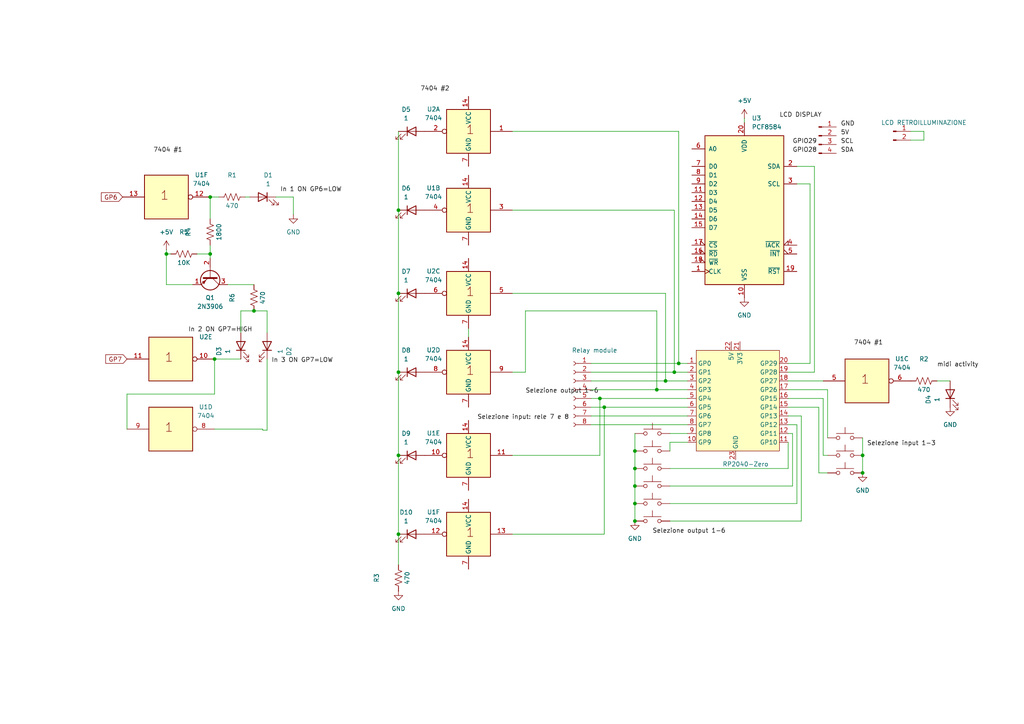
<source format=kicad_sch>
(kicad_sch (version 20250114) (generator "eeschema") (generator_version "9.0")
  (paper "A4")
  (lib_symbols
    (symbol "7404_1" (pin_names (hide yes))
      (property "Reference" "U2" (at 10.16 6.4202 0))
      (symbol "7404_1_0_0"
        (text "1" (at -0.508 0.508 0) (effects (font (size 2.54 2.54))))
      )
      (symbol "7404_1_0_1"
        (rectangle (start -6.35 6.35) (end 6.35 -6.35) (stroke (width 0.254)) (fill (type background)))
      )
      (symbol "7404_1_1_1"
        (pin input line (at -12.7 0 0) (length 6.35) (name "~") (number "1"))
        (pin input inverted (at 12.7 0 180) (length 6.35) (name "~") (number "2"))
      )
      (symbol "7404_1_2_1"
        (pin input line (at -12.7 0 0) (length 6.35) (name "~") (number "3"))
        (pin input inverted (at 12.7 0 180) (length 6.35) (name "~") (number "4"))
      )
      (symbol "7404_1_3_1"
        (pin input line (at -12.7 0 0) (length 6.35) (name "~") (number "5"))
        (pin input inverted (at 12.7 0 180) (length 6.35) (name "~") (number "6"))
      )
      (symbol "7404_1_4_1"
        (pin input line (at -12.7 0 0) (length 6.35) (name "~") (number "9"))
        (pin input inverted (at 12.7 0 180) (length 6.35) (name "~") (number "8"))
      )
      (symbol "7404_1_5_1"
        (pin input line (at -12.7 0 0) (length 6.35) (name "~") (number "11"))
        (pin input inverted (at 12.7 0 180) (length 6.35) (name "~") (number "10"))
      )
      (symbol "7404_1_6_1"
        (pin input line (at -12.7 0 0) (length 6.35) (name "~") (number "13"))
        (pin input inverted (at 12.7 0 180) (length 6.35) (name "~") (number "12"))
      )
    )
    (symbol "7404_2"
      (property "Reference" "U1" (at 10.16 6.4202 0))
      (property "Value" "7404" (at 10.16 3.8802 0))
      (symbol "7404_2_0_0"
        (text "1" (at -0.508 0.508 0) (effects (font (size 2.54 2.54))))
      )
      (symbol "7404_2_0_1"
        (rectangle (start -6.35 6.35) (end 6.35 -6.35) (stroke (width 0.254)) (fill (type background)))
      )
      (symbol "7404_2_1_1"
        (pin input line (at -12.7 0 0) (length 6.35) (name "~") (number "1"))
        (pin input inverted (at 12.7 0 180) (length 6.35) (name "~") (number "2"))
      )
      (symbol "7404_2_2_1"
        (pin input line (at -12.7 0 0) (length 6.35) (name "~") (number "3"))
        (pin input inverted (at 12.7 0 180) (length 6.35) (name "~") (number "4"))
      )
      (symbol "7404_2_3_1"
        (pin input line (at -12.7 0 0) (length 6.35) (name "~") (number "5"))
        (pin input inverted (at 12.7 0 180) (length 6.35) (name "~") (number "6"))
      )
      (symbol "7404_2_4_1"
        (pin input line (at -12.7 0 0) (length 6.35) (name "~") (number "9"))
        (pin input inverted (at 12.7 0 180) (length 6.35) (name "~") (number "8"))
      )
      (symbol "7404_2_5_1"
        (pin input line (at -12.7 0 0) (length 6.35) (name "~") (number "11"))
        (pin input inverted (at 12.7 0 180) (length 6.35) (name "~") (number "10"))
      )
      (symbol "7404_2_6_1"
        (pin input line (at -12.7 0 0) (length 6.35) (name "~") (number "13"))
        (pin input inverted (at 12.7 0 180) (length 6.35) (name "~") (number "12"))
      )
    )
    (symbol "7404_3"
      (property "Reference" "U" (at 5.08 7.62 0))
      (property "Value" "7404" (at 3.81 -8.89 0))
      (symbol "7404_3_0_0"
        (text "1" (at -0.508 0.508 0) (effects (font (size 2.54 2.54))))
      )
      (symbol "7404_3_0_1"
        (rectangle (start -6.35 6.35) (end 6.35 -6.35) (stroke (width 0.254)) (fill (type background)))
        (pin power_in line (at 0 10.16 270) (length 3.81) (name "VCC") (number "14"))
        (pin power_in line (at 0 -10.16 90) (length 3.81) (name "GND") (number "7"))
      )
      (symbol "7404_3_1_1"
        (pin input line (at -12.7 0 0) (length 6.35) (name "~") (number "1"))
        (pin input inverted (at 12.7 0 180) (length 6.35) (name "~") (number "2"))
      )
      (symbol "7404_3_2_1"
        (pin input line (at -12.7 0 0) (length 6.35) (name "~") (number "3"))
        (pin input inverted (at 12.7 0 180) (length 6.35) (name "~") (number "4"))
      )
      (symbol "7404_3_3_1"
        (pin input line (at -12.7 0 0) (length 6.35) (name "~") (number "5"))
        (pin input inverted (at 12.7 0 180) (length 6.35) (name "~") (number "6"))
      )
      (symbol "7404_3_4_1"
        (pin input line (at -12.7 0 0) (length 6.35) (name "~") (number "9"))
        (pin input inverted (at 12.7 0 180) (length 6.35) (name "~") (number "8"))
      )
      (symbol "7404_3_5_1"
        (pin input line (at -12.7 0 0) (length 6.35) (name "~") (number "11"))
        (pin input inverted (at 12.7 0 180) (length 6.35) (name "~") (number "10"))
      )
      (symbol "7404_3_6_1"
        (pin input line (at -12.7 0 0) (length 6.35) (name "~") (number "13"))
        (pin input inverted (at 12.7 0 180) (length 6.35) (name "~") (number "12"))
      )
    )
    (symbol "74xx_IEEE:7404"
      (property "Reference" "U1" (at 10.16 6.4202 0))
      (property "Value" "7404" (at 10.16 3.8802 0))
      (symbol "7404_0_0"
        (text "1" (at -0.508 0.508 0) (effects (font (size 2.54 2.54))))
      )
      (symbol "7404_0_1"
        (rectangle (start -6.35 6.35) (end 6.35 -6.35) (stroke (width 0.254)) (fill (type background)))
      )
      (symbol "7404_1_1"
        (pin input line (at -12.7 0 0) (length 6.35) (name "~") (number "1"))
        (pin input inverted (at 12.7 0 180) (length 6.35) (name "~") (number "2"))
      )
      (symbol "7404_2_1"
        (pin input line (at -12.7 0 0) (length 6.35) (name "~") (number "3"))
        (pin input inverted (at 12.7 0 180) (length 6.35) (name "~") (number "4"))
      )
      (symbol "7404_3_1"
        (pin input line (at -12.7 0 0) (length 6.35) (name "~") (number "5"))
        (pin input inverted (at 12.7 0 180) (length 6.35) (name "~") (number "6"))
      )
      (symbol "7404_4_1"
        (pin input line (at -12.7 0 0) (length 6.35) (name "~") (number "9"))
        (pin input inverted (at 12.7 0 180) (length 6.35) (name "~") (number "8"))
      )
      (symbol "7404_5_1"
        (pin input line (at -12.7 0 0) (length 6.35) (name "~") (number "11"))
        (pin input inverted (at 12.7 0 180) (length 6.35) (name "~") (number "10"))
      )
      (symbol "7404_6_1"
        (pin input line (at -12.7 0 0) (length 6.35) (name "~") (number "13"))
        (pin input inverted (at 12.7 0 180) (length 6.35) (name "~") (number "12"))
      )
    )
    (symbol "Connector:Conn_01x02_Pin" (pin_names (offset 1.016) (hide yes))
      (property "Reference" "J" (at 0 2.54 0))
      (property "Value" "Conn_01x02_Pin" (at 0 -5.08 0))
      (symbol "Conn_01x02_Pin_1_1"
        (rectangle (start 0.8636 0.127) (end 0 -0.127) (stroke (width 0.1524)) (fill (type outline)))
        (rectangle (start 0.8636 -2.413) (end 0 -2.667) (stroke (width 0.1524)) (fill (type outline)))
        (polyline (pts (xy 1.27 0) (xy 0.8636 0)) (stroke (width 0.1524)))
        (polyline (pts (xy 1.27 -2.54) (xy 0.8636 -2.54)) (stroke (width 0.1524)))
        (pin passive line (at 5.08 0 180) (length 3.81) (name "Pin_1") (number "1"))
        (pin passive line (at 5.08 -2.54 180) (length 3.81) (name "Pin_2") (number "2"))
      )
    )
    (symbol "Connector:Conn_01x04_Pin" (pin_names (offset 1.016) (hide yes))
      (property "Reference" "J" (at 0 5.08 0))
      (property "Value" "Conn_01x04_Pin" (at 0 -7.62 0))
      (symbol "Conn_01x04_Pin_1_1"
        (rectangle (start 0.8636 2.667) (end 0 2.413) (stroke (width 0.1524)) (fill (type outline)))
        (rectangle (start 0.8636 0.127) (end 0 -0.127) (stroke (width 0.1524)) (fill (type outline)))
        (rectangle (start 0.8636 -2.413) (end 0 -2.667) (stroke (width 0.1524)) (fill (type outline)))
        (rectangle (start 0.8636 -4.953) (end 0 -5.207) (stroke (width 0.1524)) (fill (type outline)))
        (polyline (pts (xy 1.27 2.54) (xy 0.8636 2.54)) (stroke (width 0.1524)))
        (polyline (pts (xy 1.27 0) (xy 0.8636 0)) (stroke (width 0.1524)))
        (polyline (pts (xy 1.27 -2.54) (xy 0.8636 -2.54)) (stroke (width 0.1524)))
        (polyline (pts (xy 1.27 -5.08) (xy 0.8636 -5.08)) (stroke (width 0.1524)))
        (pin passive line (at 5.08 2.54 180) (length 3.81) (name "Pin_1") (number "1"))
        (pin passive line (at 5.08 0 180) (length 3.81) (name "Pin_2") (number "2"))
        (pin passive line (at 5.08 -2.54 180) (length 3.81) (name "Pin_3") (number "3"))
        (pin passive line (at 5.08 -5.08 180) (length 3.81) (name "Pin_4") (number "4"))
      )
    )
    (symbol "Connector:Conn_01x08_Socket" (pin_names (offset 1.016) (hide yes))
      (property "Reference" "J" (at 0 10.16 0))
      (property "Value" "Conn_01x08_Socket" (at 0 -12.7 0))
      (symbol "Conn_01x08_Socket_1_1"
        (polyline (pts (xy -1.27 7.62) (xy -0.508 7.62)) (stroke (width 0.1524)))
        (polyline (pts (xy -1.27 5.08) (xy -0.508 5.08)) (stroke (width 0.1524)))
        (polyline (pts (xy -1.27 2.54) (xy -0.508 2.54)) (stroke (width 0.1524)))
        (polyline (pts (xy -1.27 0) (xy -0.508 0)) (stroke (width 0.1524)))
        (polyline (pts (xy -1.27 -2.54) (xy -0.508 -2.54)) (stroke (width 0.1524)))
        (polyline (pts (xy -1.27 -5.08) (xy -0.508 -5.08)) (stroke (width 0.1524)))
        (polyline (pts (xy -1.27 -7.62) (xy -0.508 -7.62)) (stroke (width 0.1524)))
        (polyline (pts (xy -1.27 -10.16) (xy -0.508 -10.16)) (stroke (width 0.1524)))
        (arc (start 0 7.112) (mid -0.5058 7.62) (end 0 8.128) (stroke (width 0.1524)))
        (arc (start 0 4.572) (mid -0.5058 5.08) (end 0 5.588) (stroke (width 0.1524)))
        (arc (start 0 2.032) (mid -0.5058 2.54) (end 0 3.048) (stroke (width 0.1524)))
        (arc (start 0 -0.508) (mid -0.5058 0) (end 0 0.508) (stroke (width 0.1524)))
        (arc (start 0 -3.048) (mid -0.5058 -2.54) (end 0 -2.032) (stroke (width 0.1524)))
        (arc (start 0 -5.588) (mid -0.5058 -5.08) (end 0 -4.572) (stroke (width 0.1524)))
        (arc (start 0 -8.128) (mid -0.5058 -7.62) (end 0 -7.112) (stroke (width 0.1524)))
        (arc (start 0 -10.668) (mid -0.5058 -10.16) (end 0 -9.652) (stroke (width 0.1524)))
        (pin passive line (at -5.08 7.62 0) (length 3.81) (name "Pin_1") (number "1"))
        (pin passive line (at -5.08 5.08 0) (length 3.81) (name "Pin_2") (number "2"))
        (pin passive line (at -5.08 2.54 0) (length 3.81) (name "Pin_3") (number "3"))
        (pin passive line (at -5.08 0 0) (length 3.81) (name "Pin_4") (number "4"))
        (pin passive line (at -5.08 -2.54 0) (length 3.81) (name "Pin_5") (number "5"))
        (pin passive line (at -5.08 -5.08 0) (length 3.81) (name "Pin_6") (number "6"))
        (pin passive line (at -5.08 -7.62 0) (length 3.81) (name "Pin_7") (number "7"))
        (pin passive line (at -5.08 -10.16 0) (length 3.81) (name "Pin_8") (number "8"))
      )
    )
    (symbol "Device:LED" (pin_numbers (hide yes)) (pin_names (offset 1.016) (hide yes))
      (property "Reference" "D" (at 0 2.54 0))
      (property "Value" "LED" (at 0 -2.54 0))
      (symbol "LED_0_1"
        (polyline (pts (xy -3.048 -0.762) (xy -4.572 -2.286) (xy -3.81 -2.286) (xy -4.572 -2.286) (xy -4.572 -1.524)))
        (polyline (pts (xy -1.778 -0.762) (xy -3.302 -2.286) (xy -2.54 -2.286) (xy -3.302 -2.286) (xy -3.302 -1.524)))
        (polyline (pts (xy -1.27 0) (xy 1.27 0)))
        (polyline (pts (xy -1.27 -1.27) (xy -1.27 1.27)) (stroke (width 0.254)))
        (polyline (pts (xy 1.27 -1.27) (xy 1.27 1.27) (xy -1.27 0) (xy 1.27 -1.27)) (stroke (width 0.254)))
      )
      (symbol "LED_1_1"
        (pin passive line (at -3.81 0 0) (length 2.54) (name "K") (number "1"))
        (pin passive line (at 3.81 0 180) (length 2.54) (name "A") (number "2"))
      )
    )
    (symbol "Device:R_US" (pin_numbers (hide yes)) (pin_names (offset 0))
      (property "Reference" "R" (at 2.54 0 90))
      (property "Value" "R_US" (at -2.54 0 90))
      (symbol "R_US_0_1"
        (polyline (pts (xy 0 2.286) (xy 0 2.54)))
        (polyline (pts (xy 0 2.286) (xy 1.016 1.905) (xy 0 1.524) (xy -1.016 1.143) (xy 0 0.762)))
        (polyline (pts (xy 0 0.762) (xy 1.016 0.381) (xy 0 0) (xy -1.016 -0.381) (xy 0 -0.762)))
        (polyline (pts (xy 0 -0.762) (xy 1.016 -1.143) (xy 0 -1.524) (xy -1.016 -1.905) (xy 0 -2.286)))
        (polyline (pts (xy 0 -2.286) (xy 0 -2.54)))
      )
      (symbol "R_US_1_1"
        (pin passive line (at 0 3.81 270) (length 1.27) (name "~") (number "1"))
        (pin passive line (at 0 -3.81 90) (length 1.27) (name "~") (number "2"))
      )
    )
    (symbol "Interface_Expansion:PCF8584" (pin_names (offset 1.016))
      (property "Reference" "U" (at -11.43 22.86 0))
      (property "Value" "PCF8584" (at 3.81 22.86 0))
      (symbol "PCF8584_0_1"
        (rectangle (start -11.43 -21.59) (end 11.43 21.59) (stroke (width 0.254)) (fill (type background)))
      )
      (symbol "PCF8584_1_1"
        (pin input line (at -15.24 17.78 0) (length 3.81) (name "A0") (number "6"))
        (pin tri_state line (at -15.24 12.7 0) (length 3.81) (name "D0") (number "7"))
        (pin tri_state line (at -15.24 10.16 0) (length 3.81) (name "D1") (number "8"))
        (pin tri_state line (at -15.24 7.62 0) (length 3.81) (name "D2") (number "9"))
        (pin tri_state line (at -15.24 5.08 0) (length 3.81) (name "D3") (number "11"))
        (pin tri_state line (at -15.24 2.54 0) (length 3.81) (name "D4") (number "12"))
        (pin tri_state line (at -15.24 0 0) (length 3.81) (name "D5") (number "13"))
        (pin tri_state line (at -15.24 -2.54 0) (length 3.81) (name "D6") (number "14"))
        (pin tri_state line (at -15.24 -5.08 0) (length 3.81) (name "D7") (number "15"))
        (pin input input_low (at -15.24 -10.16 0) (length 3.81) (name "~{CS}") (number "17"))
        (pin passive input_low (at -15.24 -12.7 0) (length 3.81) (name "~{RD}") (number "16"))
        (pin input input_low (at -15.24 -15.24 0) (length 3.81) (name "~{WR}") (number "18"))
        (pin input clock (at -15.24 -17.78 0) (length 3.81) (name "CLK") (number "1"))
        (pin power_in line (at 0 25.4 270) (length 3.81) (name "VDD") (number "20"))
        (pin power_in line (at 0 -25.4 90) (length 3.81) (name "VSS") (number "10"))
        (pin bidirectional line (at 15.24 12.7 180) (length 3.81) (name "SDA") (number "2"))
        (pin bidirectional line (at 15.24 7.62 180) (length 3.81) (name "SCL") (number "3"))
        (pin input input_low (at 15.24 -10.16 180) (length 3.81) (name "~{IACK}") (number "4"))
        (pin output output_low (at 15.24 -12.7 180) (length 3.81) (name "~{INT}") (number "5"))
        (pin bidirectional line (at 15.24 -17.78 180) (length 3.81) (name "~{RST}") (number "19"))
      )
    )
    (symbol "Switch:SW_Push" (pin_numbers (hide yes)) (pin_names (offset 1.016) (hide yes))
      (property "Reference" "SW" (at 1.27 2.54 0))
      (property "Value" "SW_Push" (at 0 -1.524 0))
      (symbol "SW_Push_0_1"
        (circle (center -2.032 0) (radius 0.508))
        (polyline (pts (xy 0 1.27) (xy 0 3.048)))
        (circle (center 2.032 0) (radius 0.508))
        (polyline (pts (xy 2.54 1.27) (xy -2.54 1.27)))
        (pin passive line (at -5.08 0 0) (length 2.54) (name "1") (number "1"))
        (pin passive line (at 5.08 0 180) (length 2.54) (name "2") (number "2"))
      )
    )
    (symbol "Transistor_BJT:2N3906" (pin_names (offset 0) (hide yes))
      (property "Reference" "Q" (at 5.08 1.905 0))
      (property "Value" "2N3906" (at 5.08 0 0))
      (symbol "2N3906_0_1"
        (polyline (pts (xy -2.54 0) (xy 0.635 0)))
        (polyline (pts (xy 0.635 1.905) (xy 0.635 -1.905)) (stroke (width 0.508)))
        (polyline (pts (xy 0.635 0.635) (xy 2.54 2.54)))
        (polyline (pts (xy 0.635 -0.635) (xy 2.54 -2.54)))
        (circle (center 1.27 0) (radius 2.8194) (stroke (width 0.254)))
        (polyline (pts (xy 2.286 -1.778) (xy 1.778 -2.286) (xy 1.27 -1.27) (xy 2.286 -1.778)) (fill (type outline)))
      )
      (symbol "2N3906_1_1"
        (pin input line (at -5.08 0 0) (length 2.54) (name "B") (number "2"))
        (pin passive line (at 2.54 5.08 270) (length 2.54) (name "C") (number "3"))
        (pin passive line (at 2.54 -5.08 90) (length 2.54) (name "E") (number "1"))
      )
    )
    (symbol "power:+5V" (power) (pin_numbers (hide yes)) (pin_names (offset 0) (hide yes))
      (property "Value" "+5V" (at 0 3.556 0))
      (symbol "+5V_0_1"
        (polyline (pts (xy -0.762 1.27) (xy 0 2.54)))
        (polyline (pts (xy 0 2.54) (xy 0.762 1.27)))
        (polyline (pts (xy 0 0) (xy 0 2.54)))
      )
      (symbol "+5V_1_1"
        (pin power_in line (at 0 0 90) (length 0) (name "~") (number "1"))
      )
    )
    (symbol "power:GND" (power) (pin_numbers (hide yes)) (pin_names (offset 0) (hide yes))
      (property "Value" "GND" (at 0 -3.81 0))
      (symbol "GND_0_1"
        (polyline (pts (xy 0 0) (xy 0 -1.27) (xy 1.27 -1.27) (xy 0 -2.54) (xy -1.27 -1.27) (xy 0 -1.27)))
      )
      (symbol "GND_1_1"
        (pin power_in line (at 0 0 270) (length 0) (name "~") (number "1"))
      )
    )
    (symbol "rp2040-zero:RP2040-Zero"
      (property "Reference" "RZ" (at 0 0 0))
      (property "Value" "RP2040-Zero" (at 0 -2.54 0))
      (property "Footprint" "RP2040-Zero:RP2040-Zero" (at 0 0 0))
      (symbol "RP2040-Zero_0_1"
        (rectangle (start -11.43 -15.24) (end 12.7 13.97) (fill (type background)))
      )
      (symbol "RP2040-Zero_1_1"
        (pin bidirectional line (at -13.97 10.16 0) (length 2.54) (name "GP0") (number "1"))
        (pin bidirectional line (at -13.97 7.62 0) (length 2.54) (name "GP1") (number "2"))
        (pin bidirectional line (at -13.97 5.08 0) (length 2.54) (name "GP2") (number "3"))
        (pin bidirectional line (at -13.97 2.54 0) (length 2.54) (name "GP3") (number "4"))
        (pin bidirectional line (at -13.97 0 0) (length 2.54) (name "GP4") (number "5"))
        (pin bidirectional line (at -13.97 -2.54 0) (length 2.54) (name "GP5") (number "6"))
        (pin bidirectional line (at -13.97 -5.08 0) (length 2.54) (name "GP6") (number "7"))
        (pin bidirectional line (at -13.97 -7.62 0) (length 2.54) (name "GP7") (number "8"))
        (pin bidirectional line (at -13.97 -10.16 0) (length 2.54) (name "GP8") (number "9"))
        (pin bidirectional line (at -13.97 -12.7 0) (length 2.54) (name "GP9") (number "10"))
        (pin power_in line (at -1.27 16.51 270) (length 2.54) (name "5V") (number "22"))
        (pin power_in line (at 0 -17.78 90) (length 2.54) (name "GND") (number "23"))
        (pin power_in line (at 1.27 16.51 270) (length 2.54) (name "3V3") (number "21"))
        (pin bidirectional line (at 15.24 10.16 180) (length 2.54) (name "GP29") (number "20"))
        (pin bidirectional line (at 15.24 7.62 180) (length 2.54) (name "GP28") (number "19"))
        (pin bidirectional line (at 15.24 5.08 180) (length 2.54) (name "GP27") (number "18"))
        (pin bidirectional line (at 15.24 2.54 180) (length 2.54) (name "GP26") (number "17"))
        (pin bidirectional line (at 15.24 0 180) (length 2.54) (name "GP15") (number "16"))
        (pin bidirectional line (at 15.24 -2.54 180) (length 2.54) (name "GP14") (number "15"))
        (pin bidirectional line (at 15.24 -5.08 180) (length 2.54) (name "GP13") (number "14"))
        (pin bidirectional line (at 15.24 -7.62 180) (length 2.54) (name "GP12") (number "13"))
        (pin bidirectional line (at 15.24 -10.16 180) (length 2.54) (name "GP11") (number "12"))
        (pin bidirectional line (at 15.24 -12.7 180) (length 2.54) (name "GP10") (number "11"))
      )
    )
  )
  (junction (at 115.57 107.95))
  (junction (at 60.96 73.66))
  (junction (at 48.26 73.66))
  (junction (at 175.26 118.11))
  (junction (at 184.15 146.05))
  (junction (at 195.58 107.95))
  (junction (at 250.19 132.08))
  (junction (at 60.96 57.15))
  (junction (at 115.57 154.94))
  (junction (at 115.57 85.09))
  (junction (at 196.85 105.41))
  (junction (at 250.19 137.16))
  (junction (at 173.99 115.57))
  (junction (at 184.15 135.89))
  (junction (at 184.15 140.97))
  (junction (at 184.15 151.13))
  (junction (at 62.23 104.14))
  (junction (at 73.66 90.17))
  (junction (at 184.15 130.81))
  (junction (at 193.04 110.49))
  (junction (at 190.5 113.03))
  (junction (at 115.57 60.96))
  (junction (at 115.57 132.08))
  (wire (pts (xy 194.31 125.73) (xy 199.39 125.73)))
  (wire (pts (xy 77.47 124.7633) (xy 76.2 124.7633)))
  (wire (pts (xy 194.31 130.81) (xy 194.31 128.27)))
  (wire (pts (xy 148.59 60.96) (xy 195.58 60.96)))
  (wire (pts (xy 36.83 124.46) (xy 36.83 114.3)))
  (wire (pts (xy 171.45 107.95) (xy 195.58 107.95)))
  (wire (pts (xy 194.31 135.89) (xy 228.6 135.89)))
  (wire (pts (xy 231.14 123.19) (xy 231.14 146.05)))
  (wire (pts (xy 69.85 90.17) (xy 69.85 96.52)))
  (wire (pts (xy 240.03 113.03) (xy 240.03 127)))
  (wire (pts (xy 173.99 115.57) (xy 199.39 115.57)))
  (wire (pts (xy 171.45 123.19) (xy 199.39 123.19)))
  (wire (pts (xy 184.15 140.97) (xy 184.15 146.05)))
  (wire (pts (xy 63.5 57.15) (xy 60.96 57.15)))
  (wire (pts (xy 115.57 132.08) (xy 115.57 154.94)))
  (wire (pts (xy 193.04 110.49) (xy 199.39 110.49)))
  (wire (pts (xy 175.26 154.94) (xy 175.26 118.11)))
  (wire (pts (xy 148.59 85.09) (xy 193.04 85.09)))
  (wire (pts (xy 215.9 34.29) (xy 215.9 35.56)))
  (wire (pts (xy 115.57 85.09) (xy 115.57 107.95)))
  (wire (pts (xy 264.16 38.1) (xy 267.97 38.1)))
  (wire (pts (xy 228.6 107.95) (xy 236.22 107.95)))
  (wire (pts (xy 48.26 72.39) (xy 48.26 73.66)))
  (wire (pts (xy 152.4 107.95) (xy 152.4 90.17)))
  (wire (pts (xy 171.45 115.57) (xy 173.99 115.57)))
  (wire (pts (xy 71.12 57.15) (xy 72.39 57.15)))
  (wire (pts (xy 232.41 151.13) (xy 194.31 151.13)))
  (wire (pts (xy 60.96 73.66) (xy 60.96 71.12)))
  (wire (pts (xy 195.58 107.95) (xy 199.39 107.95)))
  (wire (pts (xy 271.78 110.49) (xy 275.59 110.49)))
  (wire (pts (xy 228.6 113.03) (xy 240.03 113.03)))
  (wire (pts (xy 171.45 113.03) (xy 190.5 113.03)))
  (wire (pts (xy 228.6 123.19) (xy 231.14 123.19)))
  (wire (pts (xy 171.45 118.11) (xy 175.26 118.11)))
  (wire (pts (xy 115.57 107.95) (xy 115.57 132.08)))
  (wire (pts (xy 115.57 154.94) (xy 115.57 163.83)))
  (wire (pts (xy 229.87 125.73) (xy 229.87 140.97)))
  (wire (pts (xy 73.66 90.17) (xy 77.47 90.17)))
  (wire (pts (xy 196.85 105.41) (xy 199.39 105.41)))
  (wire (pts (xy 184.15 146.05) (xy 184.15 151.13)))
  (wire (pts (xy 184.15 125.73) (xy 184.15 130.81)))
  (wire (pts (xy 173.99 132.08) (xy 173.99 115.57)))
  (wire (pts (xy 148.59 38.1) (xy 196.85 38.1)))
  (wire (pts (xy 77.47 96.52) (xy 77.47 90.17)))
  (wire (pts (xy 190.5 90.17) (xy 190.5 113.03)))
  (wire (pts (xy 73.66 90.17) (xy 69.85 90.17)))
  (wire (pts (xy 135.89 97.79) (xy 135.89 95.25)))
  (wire (pts (xy 190.5 113.03) (xy 199.39 113.03)))
  (wire (pts (xy 250.19 127) (xy 250.19 132.08)))
  (wire (pts (xy 238.76 132.08) (xy 240.03 132.08)))
  (wire (pts (xy 228.6 110.49) (xy 238.76 110.49)))
  (wire (pts (xy 228.6 125.73) (xy 229.87 125.73)))
  (wire (pts (xy 148.59 154.94) (xy 175.26 154.94)))
  (wire (pts (xy 194.31 128.27) (xy 199.39 128.27)))
  (wire (pts (xy 60.96 74.93) (xy 60.96 73.66)))
  (wire (pts (xy 48.26 73.66) (xy 48.26 82.55)))
  (wire (pts (xy 171.45 105.41) (xy 196.85 105.41)))
  (wire (pts (xy 148.59 132.08) (xy 173.99 132.08)))
  (wire (pts (xy 195.58 60.96) (xy 195.58 107.95)))
  (wire (pts (xy 184.15 130.81) (xy 184.15 135.89)))
  (wire (pts (xy 229.87 140.97) (xy 194.31 140.97)))
  (wire (pts (xy 77.47 104.14) (xy 77.47 124.7633)))
  (wire (pts (xy 237.49 118.11) (xy 237.49 137.16)))
  (wire (pts (xy 62.23 104.14) (xy 69.85 104.14)))
  (wire (pts (xy 152.4 90.17) (xy 190.5 90.17)))
  (wire (pts (xy 73.66 82.55) (xy 66.04 82.55)))
  (wire (pts (xy 196.85 38.1) (xy 196.85 105.41)))
  (wire (pts (xy 228.6 120.65) (xy 232.41 120.65)))
  (wire (pts (xy 115.57 38.1) (xy 115.57 60.96)))
  (wire (pts (xy 228.6 135.89) (xy 228.6 128.27)))
  (wire (pts (xy 267.97 40.64) (xy 264.16 40.64)))
  (wire (pts (xy 231.14 146.05) (xy 194.31 146.05)))
  (wire (pts (xy 60.96 63.5) (xy 60.96 57.15)))
  (wire (pts (xy 62.23 114.3) (xy 62.23 104.14)))
  (wire (pts (xy 49.53 73.66) (xy 48.26 73.66)))
  (wire (pts (xy 85.09 57.15) (xy 85.09 62.23)))
  (wire (pts (xy 232.41 120.65) (xy 232.41 151.13)))
  (wire (pts (xy 238.76 115.57) (xy 238.76 132.08)))
  (wire (pts (xy 171.45 110.49) (xy 193.04 110.49)))
  (wire (pts (xy 267.97 38.1) (xy 267.97 40.64)))
  (wire (pts (xy 231.14 53.34) (xy 234.95 53.34)))
  (wire (pts (xy 175.26 118.11) (xy 199.39 118.11)))
  (wire (pts (xy 76.2 124.46) (xy 62.23 124.46)))
  (wire (pts (xy 184.15 135.89) (xy 184.15 140.97)))
  (wire (pts (xy 36.83 114.3) (xy 62.23 114.3)))
  (wire (pts (xy 228.6 118.11) (xy 237.49 118.11)))
  (wire (pts (xy 193.04 85.09) (xy 193.04 110.49)))
  (wire (pts (xy 228.6 115.57) (xy 238.76 115.57)))
  (wire (pts (xy 115.57 60.96) (xy 115.57 85.09)))
  (wire (pts (xy 76.2 124.7633) (xy 76.2 124.46)))
  (wire (pts (xy 237.49 137.16) (xy 240.03 137.16)))
  (wire (pts (xy 231.14 48.26) (xy 236.22 48.26)))
  (wire (pts (xy 250.19 132.08) (xy 250.19 137.16)))
  (wire (pts (xy 236.22 48.26) (xy 236.22 107.95)))
  (wire (pts (xy 48.26 82.55) (xy 55.88 82.55)))
  (wire (pts (xy 234.95 105.41) (xy 234.95 53.34)))
  (wire (pts (xy 57.15 73.66) (xy 60.96 73.66)))
  (wire (pts (xy 171.45 120.65) (xy 199.39 120.65)))
  (wire (pts (xy 80.01 57.15) (xy 85.09 57.15)))
  (wire (pts (xy 234.95 105.41) (xy 228.6 105.41)))
  (wire (pts (xy 148.59 107.95) (xy 152.4 107.95)))
  (label "SCL" (at 243.84 41.91 0))
  (label "In 2 ON GP7=HIGH" (at 54.61 96.52 0))
  (label "LCD DISPLAY" (at 226.06 34.29 0))
  (label "7404 #1" (at 247.65 100.33 0))
  (label "midi activity" (at 271.78 106.68 0))
  (label "7404 #2" (at 121.92 26.67 0))
  (label "Selezione input 1-3" (at 251.46 129.54 0))
  (label "7404 #1" (at 44.45 44.45 0))
  (label "In 1 ON GP6=LOW" (at 81.28 55.88 0))
  (label "In 3 ON GP7=LOW" (at 78.74 105.41 0))
  (label "5V" (at 243.84 39.37 0))
  (label "Selezione input: rele 7 e 8" (at 138.43 121.92 0))
  (label "SDA" (at 243.84 44.45 0))
  (label "Selezione output 1-6" (at 152.4 114.3 0))
  (label "GPIO28" (at 229.87 44.45 0))
  (label "Selezione output 1-6" (at 189.23 154.94 0))
  (label "GND" (at 243.84 36.83 0))
  (label "GPIO29" (at 229.87 41.91 0))
  (global_label "GP7" (shape input) (at 36.83 104.14 180) (property "Intersheetrefs" "${INTERSHEET_REFS}" (effects (hide yes))))
  (global_label "GP6" (shape input) (at 35.56 57.15 180) (property "Intersheetrefs" "${INTERSHEET_REFS}" (effects (hide yes))))
  (symbol (lib_id "Device:R_US") (at 53.34 73.66 270) (unit 1)
    (property "Reference" "R5" (at 53.34 67.31 90))
    (property "Value" "10K" (at 53.34 76.2 90))
    (property "Description" "Resistor, US symbol" (effects (hide yes)))
  )
  (symbol (lib_id "Device:LED") (at 119.38 85.09 0) (unit 1)
    (property "Reference" "D7" (at 117.7925 78.74 0))
    (property "Value" "1" (at 117.7925 81.28 0))
    (property "Description" "Light emitting diode" (effects (hide yes)))
    (property "Sim.Pins" "1=K 2=A" (effects (hide yes)))
  )
  (symbol (lib_id "74xx_IEEE:7404") (at 48.26 57.15 0) (unit 6)
    (property "Reference" "U1" (at 58.42 50.7298 0))
    (property "Value" "7404" (at 58.42 53.2698 0))
  )
  (symbol (lib_id "power:GND") (at 85.09 62.23 0) (unit 1)
    (property "Reference" "#PWR03" (effects (hide yes)))
    (property "Value" "GND" (at 85.09 67.31 0))
    (property "Description" "Power symbol creates a global label with name \"GND\" , ground" (effects (hide yes)))
  )
  (symbol (lib_name "7404_1") (lib_id "74xx_IEEE:7404") (at 49.53 104.14 0) (unit 5)
    (property "Reference" "U2" (at 59.69 97.7198 0))
    (property "Value" "7404" (effects (hide yes)))
  )
  (symbol (lib_id "Device:LED") (at 76.2 57.15 0) (mirror y) (unit 1)
    (property "Reference" "D1" (at 77.7875 50.8 0))
    (property "Value" "1" (at 77.7875 53.34 0))
    (property "Description" "Light emitting diode" (effects (hide yes)))
    (property "Sim.Pins" "1=K 2=A" (effects (hide yes)))
  )
  (symbol (lib_id "Switch:SW_Push") (at 189.23 125.73 0) (unit 1)
    (property "Reference" "SW1" (effects (hide yes)))
    (property "Value" "SW_Push" (effects (hide yes)))
    (property "Description" "Push button switch, generic, two pins" (effects (hide yes)))
  )
  (symbol (lib_id "Switch:SW_Push") (at 189.23 140.97 0) (unit 1)
    (property "Reference" "SW4" (effects (hide yes)))
    (property "Value" "SW_Push" (effects (hide yes)))
    (property "Description" "Push button switch, generic, two pins" (effects (hide yes)))
  )
  (symbol (lib_id "Device:R_US") (at 115.57 167.64 0) (unit 1)
    (property "Reference" "R3" (at 109.22 167.64 90))
    (property "Value" "470" (at 118.11 167.64 90))
    (property "Description" "Resistor, US symbol" (effects (hide yes)))
  )
  (symbol (lib_name "7404_3") (lib_id "74xx_IEEE:7404") (at 135.89 154.94 0) (mirror y) (unit 6)
    (property "Reference" "U1" (at 125.73 148.5198 0))
    (property "Value" "7404" (at 125.73 151.0598 0))
  )
  (symbol (lib_id "Device:LED") (at 119.38 38.1 0) (unit 1)
    (property "Reference" "D5" (at 117.7925 31.75 0))
    (property "Value" "1" (at 117.7925 34.29 0))
    (property "Description" "Light emitting diode" (effects (hide yes)))
    (property "Sim.Pins" "1=K 2=A" (effects (hide yes)))
  )
  (symbol (lib_id "Device:R_US") (at 67.31 57.15 270) (unit 1)
    (property "Reference" "R1" (at 67.31 50.8 90))
    (property "Value" "470" (at 67.31 59.69 90))
    (property "Description" "Resistor, US symbol" (effects (hide yes)))
  )
  (symbol (lib_name "7404_3") (lib_id "74xx_IEEE:7404") (at 135.89 85.09 0) (mirror y) (unit 3)
    (property "Reference" "U2" (at 125.73 78.6698 0))
    (property "Value" "7404" (at 125.73 81.2098 0))
  )
  (symbol (lib_id "power:+5V") (at 48.26 72.39 0) (unit 1)
    (property "Reference" "#PWR08" (effects (hide yes)))
    (property "Value" "+5V" (at 48.26 67.31 0))
    (property "Description" "Power symbol creates a global label with name \"+5V\"" (effects (hide yes)))
  )
  (symbol (lib_name "7404_3") (lib_id "74xx_IEEE:7404") (at 135.89 107.95 0) (mirror y) (unit 4)
    (property "Reference" "U2" (at 125.73 101.5298 0))
    (property "Value" "7404" (at 125.73 104.0698 0))
  )
  (symbol (lib_id "Device:LED") (at 69.85 100.33 90) (unit 1)
    (property "Reference" "D3" (at 63.5 101.9175 0))
    (property "Value" "1" (at 66.04 101.9175 0))
    (property "Description" "Light emitting diode" (effects (hide yes)))
    (property "Sim.Pins" "1=K 2=A" (effects (hide yes)))
  )
  (symbol (lib_id "Device:R_US") (at 267.97 110.49 270) (unit 1)
    (property "Reference" "R2" (at 267.97 104.14 90))
    (property "Value" "470" (at 267.97 113.03 90))
    (property "Description" "Resistor, US symbol" (effects (hide yes)))
  )
  (symbol (lib_id "power:GND") (at 115.57 171.45 0) (unit 1)
    (property "Reference" "#PWR07" (effects (hide yes)))
    (property "Value" "GND" (at 115.57 176.53 0))
    (property "Description" "Power symbol creates a global label with name \"GND\" , ground" (effects (hide yes)))
  )
  (symbol (lib_id "power:GND") (at 275.59 118.11 0) (unit 1)
    (property "Reference" "#PWR01" (effects (hide yes)))
    (property "Value" "GND" (at 275.59 123.19 0))
    (property "Description" "Power symbol creates a global label with name \"GND\" , ground" (effects (hide yes)))
  )
  (symbol (lib_id "Device:LED") (at 77.47 100.33 270) (mirror x) (unit 1)
    (property "Reference" "D2" (at 83.82 101.9175 0))
    (property "Value" "1" (at 81.28 101.9175 0))
    (property "Description" "Light emitting diode" (effects (hide yes)))
    (property "Sim.Pins" "1=K 2=A" (effects (hide yes)))
  )
  (symbol (lib_id "Connector:Conn_01x04_Pin") (at 237.49 39.37 0) (unit 1)
    (property "Reference" "J1" (effects (hide yes)))
    (property "Value" "SSD1306" (effects (hide yes)))
    (property "Description" "Generic connector, single row, 01x04, script generated" (effects (hide yes)))
  )
  (symbol (lib_id "Device:LED") (at 119.38 154.94 0) (unit 1)
    (property "Reference" "D10" (at 117.7925 148.59 0))
    (property "Value" "1" (at 117.7925 151.13 0))
    (property "Description" "Light emitting diode" (effects (hide yes)))
    (property "Sim.Pins" "1=K 2=A" (effects (hide yes)))
  )
  (symbol (lib_id "power:GND") (at 215.9 86.36 0) (unit 1)
    (property "Reference" "#PWR05" (effects (hide yes)))
    (property "Value" "GND" (at 215.9 91.44 0))
    (property "Description" "Power symbol creates a global label with name \"GND\" , ground" (effects (hide yes)))
  )
  (symbol (lib_id "Device:LED") (at 275.59 114.3 90) (unit 1)
    (property "Reference" "D4" (at 269.24 115.8875 0))
    (property "Value" "1" (at 271.78 115.8875 0))
    (property "Description" "Light emitting diode" (effects (hide yes)))
    (property "Sim.Pins" "1=K 2=A" (effects (hide yes)))
  )
  (symbol (lib_id "power:GND") (at 250.19 137.16 0) (unit 1)
    (property "Reference" "#PWR06" (effects (hide yes)))
    (property "Value" "GND" (at 250.19 142.24 0))
    (property "Description" "Power symbol creates a global label with name \"GND\" , ground" (effects (hide yes)))
  )
  (symbol (lib_id "Switch:SW_Push") (at 245.11 127 0) (unit 1)
    (property "Reference" "SW7" (effects (hide yes)))
    (property "Value" "SW_Push" (effects (hide yes)))
    (property "Description" "Push button switch, generic, two pins" (effects (hide yes)))
  )
  (symbol (lib_id "Switch:SW_Push") (at 245.11 132.08 0) (unit 1)
    (property "Reference" "SW8" (effects (hide yes)))
    (property "Value" "SW_Push" (effects (hide yes)))
    (property "Description" "Push button switch, generic, two pins" (effects (hide yes)))
  )
  (symbol (lib_id "74xx_IEEE:7404") (at 49.53 124.46 0) (unit 4)
    (property "Reference" "U1" (at 59.69 118.0398 0))
    (property "Value" "7404" (at 59.69 120.5798 0))
  )
  (symbol (lib_id "Device:LED") (at 119.38 132.08 0) (unit 1)
    (property "Reference" "D9" (at 117.7925 125.73 0))
    (property "Value" "1" (at 117.7925 128.27 0))
    (property "Description" "Light emitting diode" (effects (hide yes)))
    (property "Sim.Pins" "1=K 2=A" (effects (hide yes)))
  )
  (symbol (lib_name "7404_3") (lib_id "74xx_IEEE:7404") (at 135.89 132.08 0) (mirror y) (unit 5)
    (property "Reference" "U1" (at 125.73 125.6598 0))
    (property "Value" "7404" (at 125.73 128.1998 0))
  )
  (symbol (lib_id "Device:R_US") (at 73.66 86.36 0) (unit 1)
    (property "Reference" "R6" (at 67.31 86.36 90))
    (property "Value" "470" (at 76.2 86.36 90))
    (property "Description" "Resistor, US symbol" (effects (hide yes)))
  )
  (symbol (lib_name "7404_3") (lib_id "74xx_IEEE:7404") (at 135.89 60.96 0) (mirror y) (unit 2)
    (property "Reference" "U1" (at 125.73 54.5398 0))
    (property "Value" "7404" (at 125.73 57.0798 0))
  )
  (symbol (lib_id "power:+5V") (at 215.9 34.29 0) (unit 1)
    (property "Reference" "#PWR04" (effects (hide yes)))
    (property "Value" "+5V" (at 215.9 29.21 0))
    (property "Description" "Power symbol creates a global label with name \"+5V\"" (effects (hide yes)))
  )
  (symbol (lib_id "Switch:SW_Push") (at 189.23 130.81 0) (unit 1)
    (property "Reference" "SW2" (effects (hide yes)))
    (property "Value" "SW_Push" (effects (hide yes)))
    (property "Description" "Push button switch, generic, two pins" (effects (hide yes)))
  )
  (symbol (lib_name "7404_2") (lib_id "74xx_IEEE:7404") (at 251.46 110.49 0) (unit 3)
    (property "Reference" "U1" (at 261.62 104.0698 0))
    (property "Value" "7404" (at 261.62 106.6098 0))
  )
  (symbol (lib_id "Switch:SW_Push") (at 245.11 137.16 0) (unit 1)
    (property "Reference" "SW9" (effects (hide yes)))
    (property "Value" "SW_Push" (effects (hide yes)))
    (property "Description" "Push button switch, generic, two pins" (effects (hide yes)))
  )
  (symbol (lib_id "Switch:SW_Push") (at 189.23 146.05 0) (unit 1)
    (property "Reference" "SW5" (effects (hide yes)))
    (property "Value" "SW_Push" (effects (hide yes)))
    (property "Description" "Push button switch, generic, two pins" (effects (hide yes)))
  )
  (symbol (lib_id "Transistor_BJT:2N3906") (at 60.96 80.01 270) (unit 1)
    (property "Reference" "Q1" (at 60.96 86.36 90))
    (property "Value" "2N3906" (at 60.96 88.9 90))
    (property "Footprint" "Package_TO_SOT_THT:TO-92_Inline" (effects (hide yes)))
    (property "Datasheet" "https://www.onsemi.com/pub/Collateral/2N3906-D.PDF" (effects (hide yes)))
    (property "Description" "-0.2A Ic, -40V Vce, Small Signal PNP Transistor, TO-92" (effects (hide yes)))
  )
  (symbol (lib_id "Interface_Expansion:PCF8584") (at 215.9 60.96 0) (unit 1)
    (property "Reference" "U3" (at 218.0433 34.29 0) (effects (justify left)))
    (property "Value" "PCF8584" (at 218.0433 36.83 0) (effects (justify left)))
    (property "Datasheet" "http://www.nxp.com/docs/en/data-sheet/PCF8584.pdf" (effects (hide yes)))
    (property "Description" "I2C Bus Controller, DIP/SOIC-20" (effects (hide yes)))
  )
  (symbol (lib_id "rp2040-zero:RP2040-Zero") (at 213.36 115.57 0) (unit 1)
    (property "Reference" "RP2040-Zero" (at 209.55 134.62 0) (effects (justify left)))
    (property "Value" "RP2040-Zero" (effects (hide yes)))
    (property "Footprint" "RP2040-Zero:RP2040-Zero" (effects (hide yes)))
  )
  (symbol (lib_id "Connector:Conn_01x08_Socket") (at 166.37 113.03 0) (mirror y) (unit 1)
    (property "Reference" "J3" (effects (hide yes)))
    (property "Value" "Relay module" (at 179.07 101.6 0) (effects (justify left)))
    (property "Description" "Generic connector, single row, 01x08, script generated" (effects (hide yes)))
  )
  (symbol (lib_id "Connector:Conn_01x02_Pin") (at 259.08 38.1 0) (unit 1)
    (property "Reference" "J2" (effects (hide yes)))
    (property "Value" "LCD RETROILLUMINAZIONE" (at 267.97 35.56 0))
    (property "Description" "Generic connector, single row, 01x02, script generated" (effects (hide yes)))
  )
  (symbol (lib_name "7404_3") (lib_id "74xx_IEEE:7404") (at 135.89 38.1 0) (mirror y) (unit 1)
    (property "Reference" "U2" (at 125.73 31.6798 0))
    (property "Value" "7404" (at 125.73 34.2198 0))
  )
  (symbol (lib_id "Device:R_US") (at 60.96 67.31 0) (unit 1)
    (property "Reference" "R4" (at 54.61 67.31 90))
    (property "Value" "1800" (at 63.5 67.31 90))
    (property "Description" "Resistor, US symbol" (effects (hide yes)))
  )
  (symbol (lib_id "power:GND") (at 184.15 151.13 0) (unit 1)
    (property "Reference" "#PWR02" (effects (hide yes)))
    (property "Value" "GND" (at 184.15 156.21 0))
    (property "Description" "Power symbol creates a global label with name \"GND\" , ground" (effects (hide yes)))
  )
  (symbol (lib_id "Switch:SW_Push") (at 189.23 135.89 0) (unit 1)
    (property "Reference" "SW3" (effects (hide yes)))
    (property "Value" "SW_Push" (effects (hide yes)))
    (property "Description" "Push button switch, generic, two pins" (effects (hide yes)))
  )
  (symbol (lib_id "Device:LED") (at 119.38 107.95 0) (unit 1)
    (property "Reference" "D8" (at 117.7925 101.6 0))
    (property "Value" "1" (at 117.7925 104.14 0))
    (property "Description" "Light emitting diode" (effects (hide yes)))
    (property "Sim.Pins" "1=K 2=A" (effects (hide yes)))
  )
  (symbol (lib_id "Device:LED") (at 119.38 60.96 0) (unit 1)
    (property "Reference" "D6" (at 117.7925 54.61 0))
    (property "Value" "1" (at 117.7925 57.15 0))
    (property "Description" "Light emitting diode" (effects (hide yes)))
    (property "Sim.Pins" "1=K 2=A" (effects (hide yes)))
  )
  (symbol (lib_id "Switch:SW_Push") (at 189.23 151.13 0) (unit 1)
    (property "Reference" "SW6" (effects (hide yes)))
    (property "Value" "SW_Push" (effects (hide yes)))
    (property "Description" "Push button switch, generic, two pins" (effects (hide yes)))
  )
)
</source>
